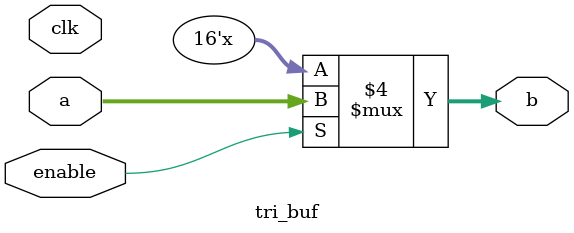
<source format=v>
module tri_buf (a,b,enable, clk);
	input enable, clk;
	input[15:0] a;
	output reg [15:0] b;
	
	always@(enable) begin
		if(enable == 1'b1) b <= a;
		else b <= 16'bz;
	end

endmodule
</source>
